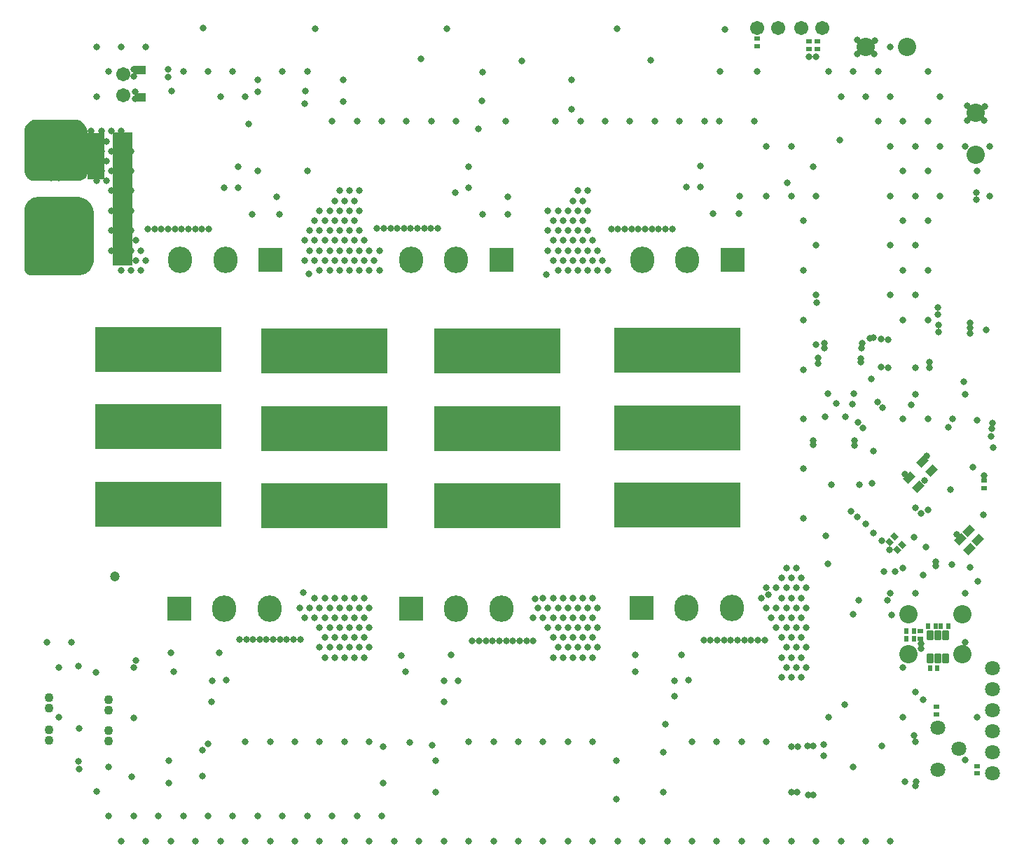
<source format=gbs>
G04*
G04 #@! TF.GenerationSoftware,Altium Limited,Altium Designer,22.5.1 (42)*
G04*
G04 Layer_Color=16711935*
%FSLAX25Y25*%
%MOIN*%
G70*
G04*
G04 #@! TF.SameCoordinates,F388C647-0276-4BD7-974E-F153A5A87125*
G04*
G04*
G04 #@! TF.FilePolarity,Negative*
G04*
G01*
G75*
%ADD20R,0.60039X0.21654*%
%ADD21R,0.03162X0.02375*%
%ADD22R,0.02375X0.03162*%
G04:AMPARAMS|DCode=23|XSize=31.62mil|YSize=23.75mil|CornerRadius=0mil|HoleSize=0mil|Usage=FLASHONLY|Rotation=315.000|XOffset=0mil|YOffset=0mil|HoleType=Round|Shape=Rectangle|*
%AMROTATEDRECTD23*
4,1,4,-0.01958,0.00278,-0.00278,0.01958,0.01958,-0.00278,0.00278,-0.01958,-0.01958,0.00278,0.0*
%
%ADD23ROTATEDRECTD23*%

G04:AMPARAMS|DCode=30|XSize=47.37mil|YSize=35.56mil|CornerRadius=0mil|HoleSize=0mil|Usage=FLASHONLY|Rotation=225.000|XOffset=0mil|YOffset=0mil|HoleType=Round|Shape=Rectangle|*
%AMROTATEDRECTD30*
4,1,4,0.00418,0.02932,0.02932,0.00418,-0.00418,-0.02932,-0.02932,-0.00418,0.00418,0.02932,0.0*
%
%ADD30ROTATEDRECTD30*%

%ADD43O,0.11430X0.12611*%
%ADD44R,0.11824X0.11824*%
%ADD45C,0.06706*%
%ADD46C,0.07099*%
%ADD47C,0.24816*%
%ADD48C,0.08674*%
%ADD49C,0.04343*%
%ADD50C,0.04737*%
%ADD51C,0.03162*%
%ADD98R,0.08071X0.22441*%
%ADD99R,0.09547X0.63189*%
G04:AMPARAMS|DCode=100|XSize=31.62mil|YSize=47.37mil|CornerRadius=6.01mil|HoleSize=0mil|Usage=FLASHONLY|Rotation=180.000|XOffset=0mil|YOffset=0mil|HoleType=Round|Shape=RoundedRectangle|*
%AMROUNDEDRECTD100*
21,1,0.03162,0.03535,0,0,180.0*
21,1,0.01961,0.04737,0,0,180.0*
1,1,0.01202,-0.00980,0.01768*
1,1,0.01202,0.00980,0.01768*
1,1,0.01202,0.00980,-0.01768*
1,1,0.01202,-0.00980,-0.01768*
%
%ADD100ROUNDEDRECTD100*%
%ADD101R,0.05603X0.04383*%
G36*
X244783Y412992D02*
X250359D01*
X251186D01*
X252809Y412669D01*
X254338Y412036D01*
X255714Y411117D01*
X256299Y410532D01*
X256861Y409970D01*
X257744Y408649D01*
X258351Y407181D01*
X258661Y405623D01*
Y404829D01*
D01*
Y383123D01*
Y382362D01*
X258364Y380868D01*
X257782Y379462D01*
X256936Y378196D01*
X256398Y377658D01*
X255880Y377140D01*
X254663Y376327D01*
X253311Y375766D01*
X251875Y375481D01*
X251143D01*
D01*
X228700D01*
X228431D01*
X227904Y375586D01*
X227408Y375791D01*
X226961Y376090D01*
X226772Y376279D01*
X226491Y376560D01*
X226049Y377221D01*
X225746Y377955D01*
X225590Y378734D01*
Y379131D01*
D01*
Y406550D01*
Y407145D01*
X225823Y408314D01*
X226279Y409415D01*
X226941Y410405D01*
X227362Y410827D01*
X227879Y411343D01*
X229093Y412155D01*
X230442Y412713D01*
X231875Y412998D01*
X232605D01*
D01*
X240158D01*
X244783Y412992D01*
D02*
G37*
G36*
X251014Y449498D02*
X251993Y449093D01*
X252874Y448504D01*
X253248Y448130D01*
X253880Y447498D01*
X254873Y446012D01*
X255557Y444361D01*
X255906Y442608D01*
Y441714D01*
Y425177D01*
Y424714D01*
X255725Y423805D01*
X255370Y422949D01*
X254855Y422178D01*
X254528Y421850D01*
X254247Y421569D01*
X253586Y421128D01*
X252852Y420824D01*
X252073Y420669D01*
X229407D01*
X228758Y420798D01*
X228147Y421052D01*
X227596Y421419D01*
X227362Y421654D01*
X226988Y422028D01*
X226399Y422909D01*
X225994Y423887D01*
X225787Y424926D01*
Y425455D01*
Y444606D01*
Y445070D01*
X225968Y445979D01*
X226323Y446835D01*
X226838Y447605D01*
X227165Y447933D01*
X227587Y448354D01*
X228577Y449016D01*
X229678Y449472D01*
X230847Y449705D01*
X249976D01*
X251014Y449498D01*
D02*
G37*
D20*
X536213Y266138D02*
D03*
Y302998D02*
D03*
Y339858D02*
D03*
X289272Y340277D02*
D03*
Y303416D02*
D03*
Y266556D02*
D03*
X368201Y265842D02*
D03*
Y302703D02*
D03*
Y339563D02*
D03*
X450583Y265842D02*
D03*
Y302703D02*
D03*
Y339563D02*
D03*
D21*
X659744Y170177D02*
D03*
Y166634D02*
D03*
X574409Y488091D02*
D03*
Y484547D02*
D03*
X602854Y486811D02*
D03*
Y483268D02*
D03*
X598819Y486811D02*
D03*
Y483268D02*
D03*
X682283Y274311D02*
D03*
Y277854D02*
D03*
X651968Y206102D02*
D03*
Y202559D02*
D03*
X679035Y138484D02*
D03*
Y142028D02*
D03*
D22*
X649016Y206102D02*
D03*
X645472D02*
D03*
X649016Y202461D02*
D03*
X645472Y202461D02*
D03*
X659179Y208563D02*
D03*
X655636D02*
D03*
X656496Y188681D02*
D03*
X660039D02*
D03*
X661738Y208563D02*
D03*
X665281D02*
D03*
D23*
X637231Y248747D02*
D03*
X639737Y251253D02*
D03*
X640972Y244810D02*
D03*
X643477Y247316D02*
D03*
D30*
X652891Y287070D02*
D03*
X657345Y282615D02*
D03*
X674938Y253925D02*
D03*
X679392Y249471D02*
D03*
X650948Y274840D02*
D03*
X646493Y279294D02*
D03*
X670832Y249858D02*
D03*
X675286Y245404D02*
D03*
D43*
X409646Y383071D02*
D03*
X431146Y383071D02*
D03*
X519575Y383071D02*
D03*
X541075Y383071D02*
D03*
X562236Y217083D02*
D03*
X540736D02*
D03*
X452646Y216929D02*
D03*
X431146D02*
D03*
X320768Y217071D02*
D03*
X342268D02*
D03*
X299716Y383071D02*
D03*
X321217D02*
D03*
D44*
X452646D02*
D03*
X562575Y383071D02*
D03*
X519236Y217083D02*
D03*
X409646Y216929D02*
D03*
X299268Y217071D02*
D03*
X342717Y383071D02*
D03*
D45*
X595472Y493307D02*
D03*
X605472D02*
D03*
X584311Y493405D02*
D03*
X574311D02*
D03*
X272656Y461156D02*
D03*
Y471156D02*
D03*
D46*
X660433Y160138D02*
D03*
X670433Y150138D02*
D03*
X660433Y140138D02*
D03*
X686221Y188445D02*
D03*
Y178445D02*
D03*
Y168445D02*
D03*
Y158445D02*
D03*
Y148445D02*
D03*
Y138445D02*
D03*
D47*
X240158Y395232D02*
D03*
Y434490D02*
D03*
D48*
X671949Y214157D02*
D03*
X646358D02*
D03*
Y195259D02*
D03*
X671949D02*
D03*
X678445Y433071D02*
D03*
Y452756D02*
D03*
X645691Y484252D02*
D03*
X626006D02*
D03*
D49*
X237206Y174512D02*
D03*
X237206Y169512D02*
D03*
X237402Y159276D02*
D03*
Y154276D02*
D03*
X265749Y168430D02*
D03*
Y173430D02*
D03*
Y158863D02*
D03*
Y153863D02*
D03*
D50*
X268701Y232087D02*
D03*
D51*
X623622Y334367D02*
D03*
X593209Y129429D02*
D03*
X649606Y132480D02*
D03*
X649902Y134646D02*
D03*
X673327Y144783D02*
D03*
X679134Y165354D02*
D03*
X414173Y478543D02*
D03*
X462402Y477658D02*
D03*
X523721Y477854D02*
D03*
X590748Y129429D02*
D03*
X598517Y128133D02*
D03*
X600886Y128150D02*
D03*
X507185Y126279D02*
D03*
X535024Y175142D02*
D03*
X327461Y427264D02*
D03*
X336713Y462992D02*
D03*
Y468701D02*
D03*
X547441Y427658D02*
D03*
X437008Y427165D02*
D03*
X443504Y472244D02*
D03*
X443405Y458661D02*
D03*
X382677Y382677D02*
D03*
X385039Y377953D02*
D03*
X387402Y382677D02*
D03*
X392126D02*
D03*
X389764Y377953D02*
D03*
X394488D02*
D03*
X385039Y387402D02*
D03*
X389764D02*
D03*
X394488D02*
D03*
X382677Y392126D02*
D03*
X387402D02*
D03*
X385039Y396850D02*
D03*
X393406Y397933D02*
D03*
X396621D02*
D03*
X399836D02*
D03*
X403051D02*
D03*
X406266D02*
D03*
X409482D02*
D03*
X382677Y401575D02*
D03*
X419127Y397933D02*
D03*
X422342D02*
D03*
X415912D02*
D03*
X412697D02*
D03*
X385039Y406299D02*
D03*
X382677Y411024D02*
D03*
X443799Y404626D02*
D03*
X455709D02*
D03*
X455707Y412903D02*
D03*
X430610Y414961D02*
D03*
X385039Y415748D02*
D03*
X437121Y417280D02*
D03*
X383858Y448819D02*
D03*
X441634Y445276D02*
D03*
X395669Y448819D02*
D03*
X407480D02*
D03*
X419291D02*
D03*
X431102D02*
D03*
X454724D02*
D03*
X485827Y468602D02*
D03*
X556496Y472441D02*
D03*
X503150Y377953D02*
D03*
X493701D02*
D03*
X498425D02*
D03*
X496063Y382677D02*
D03*
X500787D02*
D03*
X498425Y387402D02*
D03*
X493701D02*
D03*
X496063Y392126D02*
D03*
X493701Y396850D02*
D03*
X524213Y397736D02*
D03*
X508137D02*
D03*
X520997D02*
D03*
X511352D02*
D03*
X514567D02*
D03*
X504921D02*
D03*
X517782D02*
D03*
X493701Y406299D02*
D03*
Y415748D02*
D03*
X513779Y448819D02*
D03*
X501968D02*
D03*
X578740Y413386D02*
D03*
X540693Y417487D02*
D03*
X547260Y417675D02*
D03*
X549212Y448819D02*
D03*
X578740Y437008D02*
D03*
X556299Y448819D02*
D03*
X537401Y448819D02*
D03*
X572834D02*
D03*
X525590D02*
D03*
X565846Y413298D02*
D03*
X565551Y404921D02*
D03*
X553445D02*
D03*
X527428Y397736D02*
D03*
X530643D02*
D03*
X533858D02*
D03*
X530610Y162008D02*
D03*
X516240Y194980D02*
D03*
X516480Y187063D02*
D03*
X535066Y182686D02*
D03*
X538189Y194980D02*
D03*
X541634Y182874D02*
D03*
X543307Y153543D02*
D03*
X548917Y201772D02*
D03*
X552133D02*
D03*
X555118Y153543D02*
D03*
X555348Y201772D02*
D03*
X529626Y148622D02*
D03*
X578740Y153543D02*
D03*
X566929D02*
D03*
X585827Y184252D02*
D03*
X590551D02*
D03*
X588189Y188976D02*
D03*
X590551Y193701D02*
D03*
X585827D02*
D03*
X588189Y198425D02*
D03*
X568209Y201772D02*
D03*
X571424D02*
D03*
X574639D02*
D03*
X577854D02*
D03*
X558563D02*
D03*
X585827Y203150D02*
D03*
X590551D02*
D03*
X583465Y207874D02*
D03*
X588189D02*
D03*
X581102Y212598D02*
D03*
X585827D02*
D03*
X590551D02*
D03*
X564993Y201772D02*
D03*
X561778D02*
D03*
X590551Y222047D02*
D03*
X579724Y223622D02*
D03*
X578740Y226772D02*
D03*
X583465D02*
D03*
X588189D02*
D03*
X585827Y231496D02*
D03*
X590551D02*
D03*
X588189Y236221D02*
D03*
X578740Y217323D02*
D03*
X583465D02*
D03*
X588189D02*
D03*
X576378Y222047D02*
D03*
X585827D02*
D03*
X529626Y129429D02*
D03*
X419642Y151815D02*
D03*
X421457Y144685D02*
D03*
X421358Y129429D02*
D03*
X408957Y153346D02*
D03*
X425197Y172441D02*
D03*
X479528Y217323D02*
D03*
X468701Y221457D02*
D03*
X472441Y222047D02*
D03*
X477165D02*
D03*
X396358Y151378D02*
D03*
X389764Y153543D02*
D03*
X437008D02*
D03*
X448819D02*
D03*
X425476Y182533D02*
D03*
X432043Y182720D02*
D03*
X406890Y186909D02*
D03*
X404823Y194587D02*
D03*
X428543Y194882D02*
D03*
X389764Y198425D02*
D03*
X438779Y201673D02*
D03*
X441995D02*
D03*
X445210D02*
D03*
X448425D02*
D03*
X451640D02*
D03*
X460630Y153543D02*
D03*
X472441D02*
D03*
X477165Y193701D02*
D03*
X479528Y198425D02*
D03*
X454856Y201673D02*
D03*
X458071D02*
D03*
X461286D02*
D03*
X464501D02*
D03*
X467717D02*
D03*
X477165Y203150D02*
D03*
X389764Y207874D02*
D03*
X474803D02*
D03*
X479528D02*
D03*
X467717Y212598D02*
D03*
X472441D02*
D03*
X477165D02*
D03*
X389764Y217323D02*
D03*
X470079D02*
D03*
X474803D02*
D03*
X314567Y172539D02*
D03*
X310236Y137205D02*
D03*
Y149606D02*
D03*
X312992Y152657D02*
D03*
X277658Y164862D02*
D03*
X595276Y231496D02*
D03*
X597638Y226772D02*
D03*
X595276Y222047D02*
D03*
X597638Y217323D02*
D03*
X595276Y212598D02*
D03*
X597638Y207874D02*
D03*
X595276Y203150D02*
D03*
X597638Y198425D02*
D03*
X595276Y193701D02*
D03*
X597638Y188976D02*
D03*
X595276Y184252D02*
D03*
X592913Y236221D02*
D03*
Y226772D02*
D03*
Y217323D02*
D03*
Y207874D02*
D03*
Y198425D02*
D03*
Y188976D02*
D03*
X496063Y222047D02*
D03*
X498425Y217323D02*
D03*
X496063Y212598D02*
D03*
X498425Y207874D02*
D03*
X496063Y203150D02*
D03*
X498425Y198425D02*
D03*
X496063Y193701D02*
D03*
X491339Y411024D02*
D03*
Y401575D02*
D03*
Y392126D02*
D03*
Y382677D02*
D03*
Y222047D02*
D03*
X493701Y217323D02*
D03*
X491339Y212598D02*
D03*
X493701Y207874D02*
D03*
X491339Y203150D02*
D03*
X493701Y198425D02*
D03*
X491339Y193701D02*
D03*
X488976Y415748D02*
D03*
X486614Y411024D02*
D03*
X488976Y406299D02*
D03*
X486614Y401575D02*
D03*
X488976Y396850D02*
D03*
X486614Y392126D02*
D03*
X488976Y387402D02*
D03*
X486614Y382677D02*
D03*
X488976Y377953D02*
D03*
X486614Y222047D02*
D03*
X488976Y217323D02*
D03*
X486614Y212598D02*
D03*
X488976Y207874D02*
D03*
X486614Y203150D02*
D03*
X488976Y198425D02*
D03*
X486614Y193701D02*
D03*
X484252Y406299D02*
D03*
X481890Y401575D02*
D03*
X484252Y396850D02*
D03*
X481890Y392126D02*
D03*
X484252Y387402D02*
D03*
X481890Y382677D02*
D03*
X484252Y377953D02*
D03*
X481890Y222047D02*
D03*
X484252Y217323D02*
D03*
X481890Y212598D02*
D03*
X484252Y207874D02*
D03*
X481890Y203150D02*
D03*
X484252Y198425D02*
D03*
X481890Y193701D02*
D03*
X479528Y406299D02*
D03*
X477165Y401575D02*
D03*
X479528Y396850D02*
D03*
X477165Y392126D02*
D03*
X479528Y387402D02*
D03*
X477165Y382677D02*
D03*
X479528Y377953D02*
D03*
X474803Y406299D02*
D03*
Y396850D02*
D03*
Y387402D02*
D03*
X387402Y222047D02*
D03*
Y212598D02*
D03*
Y203150D02*
D03*
Y193701D02*
D03*
X382677Y222047D02*
D03*
X385039Y217323D02*
D03*
X382677Y212598D02*
D03*
X385039Y207874D02*
D03*
X382677Y203150D02*
D03*
X385039Y198425D02*
D03*
X382677Y193701D02*
D03*
X380315Y415748D02*
D03*
X377953Y411024D02*
D03*
X380315Y406299D02*
D03*
X377953Y401575D02*
D03*
X380315Y396850D02*
D03*
X377953Y392126D02*
D03*
X380315Y387402D02*
D03*
X377953Y382677D02*
D03*
X380315Y377953D02*
D03*
X377953Y222047D02*
D03*
X380315Y217323D02*
D03*
X377953Y212598D02*
D03*
X380315Y207874D02*
D03*
X377953Y203150D02*
D03*
X380315Y198425D02*
D03*
X377953Y193701D02*
D03*
X375591Y415748D02*
D03*
X373228Y411024D02*
D03*
X375591Y406299D02*
D03*
X373228Y401575D02*
D03*
X375591Y396850D02*
D03*
X373228Y392126D02*
D03*
X375591Y387402D02*
D03*
X373228Y382677D02*
D03*
X375591Y377953D02*
D03*
X373228Y222047D02*
D03*
X375591Y217323D02*
D03*
X373228Y212598D02*
D03*
X375591Y207874D02*
D03*
X373228Y203150D02*
D03*
X375591Y198425D02*
D03*
X373228Y193701D02*
D03*
X370866Y406299D02*
D03*
X368504Y401575D02*
D03*
X370866Y396850D02*
D03*
X368504Y392126D02*
D03*
X370866Y387402D02*
D03*
X368504Y382677D02*
D03*
X370866Y377953D02*
D03*
X368504Y222047D02*
D03*
X370866Y217323D02*
D03*
X368504Y212598D02*
D03*
X370866Y207874D02*
D03*
X368504Y203150D02*
D03*
X370866Y198425D02*
D03*
X368504Y193701D02*
D03*
X366142Y406299D02*
D03*
X363780Y401575D02*
D03*
X366142Y396850D02*
D03*
X363780Y392126D02*
D03*
X366142Y387402D02*
D03*
X363780Y382677D02*
D03*
X366142Y377953D02*
D03*
X363780Y222047D02*
D03*
X366142Y217323D02*
D03*
X363780Y212598D02*
D03*
X366142Y207874D02*
D03*
Y198425D02*
D03*
X361417Y396850D02*
D03*
X359055Y392126D02*
D03*
X361417Y387402D02*
D03*
X359055Y382677D02*
D03*
X361417Y217323D02*
D03*
X359055Y212598D02*
D03*
X356693Y217323D02*
D03*
X283465Y382677D02*
D03*
X278740Y392126D02*
D03*
X281102Y387402D02*
D03*
X278740Y382677D02*
D03*
X281102Y377953D02*
D03*
X274016Y439370D02*
D03*
X276378Y434646D02*
D03*
X274016Y429921D02*
D03*
X276378Y425197D02*
D03*
X274016Y420472D02*
D03*
X276378Y415748D02*
D03*
X274016Y411024D02*
D03*
X276378Y406299D02*
D03*
X274016Y401575D02*
D03*
X276378Y396850D02*
D03*
X274016Y392126D02*
D03*
X276378Y387402D02*
D03*
X274016Y382677D02*
D03*
X276378Y377953D02*
D03*
X271654Y444095D02*
D03*
X269291Y439370D02*
D03*
X271654Y434646D02*
D03*
X269291Y429921D02*
D03*
X271654Y425197D02*
D03*
X269291Y420472D02*
D03*
X271654Y415748D02*
D03*
X269291Y411024D02*
D03*
X271654Y406299D02*
D03*
X269291Y401575D02*
D03*
X271654Y396850D02*
D03*
X269291Y392126D02*
D03*
X271654Y387402D02*
D03*
X269291Y382677D02*
D03*
X271654Y377953D02*
D03*
X266929Y444095D02*
D03*
X264567Y439370D02*
D03*
X266929Y434646D02*
D03*
X264567Y429921D02*
D03*
X266929Y425197D02*
D03*
X264567Y420472D02*
D03*
X266929Y415748D02*
D03*
Y406299D02*
D03*
Y396850D02*
D03*
Y387402D02*
D03*
X262205Y444095D02*
D03*
X259842Y439370D02*
D03*
X262205Y434646D02*
D03*
X259842Y429921D02*
D03*
X262205Y425197D02*
D03*
X259842Y420472D02*
D03*
X257480Y444095D02*
D03*
X255118Y439370D02*
D03*
X257480Y434646D02*
D03*
X255118Y429921D02*
D03*
X257480Y425197D02*
D03*
X675295Y254134D02*
D03*
X686417Y305217D02*
D03*
X628839Y276673D02*
D03*
X358169Y224508D02*
D03*
X474016Y375984D02*
D03*
X360827Y376378D02*
D03*
X228346Y407637D02*
D03*
X231988D02*
D03*
Y404586D02*
D03*
X228346D02*
D03*
X248228D02*
D03*
X251870D02*
D03*
Y407637D02*
D03*
X248228D02*
D03*
X247736Y383326D02*
D03*
X251378D02*
D03*
Y386377D02*
D03*
X247736D02*
D03*
X228937Y383129D02*
D03*
X232579D02*
D03*
Y386181D02*
D03*
X228937D02*
D03*
X241831Y382834D02*
D03*
X238189D02*
D03*
X242224Y408031D02*
D03*
X238583D02*
D03*
X252559Y396712D02*
D03*
Y393070D02*
D03*
X227756Y397598D02*
D03*
Y393956D02*
D03*
X287566Y397638D02*
D03*
X290781D02*
D03*
X293996D02*
D03*
X297211D02*
D03*
X227756Y432972D02*
D03*
Y436614D02*
D03*
X252559Y432087D02*
D03*
Y435728D02*
D03*
X238583Y447047D02*
D03*
X242224D02*
D03*
X238189Y421850D02*
D03*
X241831D02*
D03*
X228937Y425197D02*
D03*
X232579D02*
D03*
Y422146D02*
D03*
X228937D02*
D03*
X247736Y425394D02*
D03*
X251378D02*
D03*
Y422342D02*
D03*
X247736D02*
D03*
X248228Y446654D02*
D03*
X251870D02*
D03*
Y443602D02*
D03*
X248228D02*
D03*
X228346D02*
D03*
X231988D02*
D03*
Y446654D02*
D03*
X228346D02*
D03*
X276673Y136909D02*
D03*
X559055Y492717D02*
D03*
X507677Y492913D02*
D03*
X426575D02*
D03*
X363976D02*
D03*
X310728Y493209D02*
D03*
X685039Y437008D02*
D03*
Y413386D02*
D03*
X673228Y437008D02*
D03*
X679134Y425197D02*
D03*
X673228Y318898D02*
D03*
Y224409D02*
D03*
Y200787D02*
D03*
X661417Y460630D02*
D03*
Y437008D02*
D03*
Y413386D02*
D03*
X667323Y307086D02*
D03*
X655512Y472441D02*
D03*
Y448819D02*
D03*
X649606Y437008D02*
D03*
X655512Y425197D02*
D03*
X649606Y413386D02*
D03*
X655512Y401575D02*
D03*
X649606Y389764D02*
D03*
X655512Y377953D02*
D03*
X649606Y366142D02*
D03*
X655512Y354331D02*
D03*
X649606Y318898D02*
D03*
X655512Y307086D02*
D03*
X649606Y224409D02*
D03*
Y177165D02*
D03*
Y153543D02*
D03*
X637795Y484252D02*
D03*
Y460630D02*
D03*
X643701Y448819D02*
D03*
X637795Y437008D02*
D03*
X643701Y425197D02*
D03*
X637795Y413386D02*
D03*
X643701Y401575D02*
D03*
X637795Y389764D02*
D03*
X643701Y377953D02*
D03*
X637795Y366142D02*
D03*
X643701Y354331D02*
D03*
Y307086D02*
D03*
Y236220D02*
D03*
X637795Y224409D02*
D03*
X643701Y188976D02*
D03*
Y165354D02*
D03*
X637795Y106299D02*
D03*
X631890Y472441D02*
D03*
X625984Y460630D02*
D03*
X631890Y448819D02*
D03*
X625984Y106299D02*
D03*
X620079Y472441D02*
D03*
X614173Y460630D02*
D03*
X620079Y141732D02*
D03*
X614173Y106299D02*
D03*
X608267Y472441D02*
D03*
X602362Y413386D02*
D03*
Y389764D02*
D03*
Y366142D02*
D03*
Y342520D02*
D03*
X608267Y165354D02*
D03*
X602362Y106299D02*
D03*
X590551Y437008D02*
D03*
Y413386D02*
D03*
X596456Y401575D02*
D03*
Y377953D02*
D03*
Y354331D02*
D03*
Y330709D02*
D03*
Y307086D02*
D03*
Y283465D02*
D03*
Y259842D02*
D03*
X590551Y106299D02*
D03*
X578740D02*
D03*
X566929D02*
D03*
X555118D02*
D03*
X543307D02*
D03*
X531496D02*
D03*
X519685D02*
D03*
X507874D02*
D03*
X496063Y153543D02*
D03*
Y106299D02*
D03*
X490157Y448819D02*
D03*
X484252Y153543D02*
D03*
Y106299D02*
D03*
X478346Y448819D02*
D03*
X472441Y106299D02*
D03*
X460630D02*
D03*
X448819D02*
D03*
X437008D02*
D03*
X425197D02*
D03*
X413386D02*
D03*
X401575D02*
D03*
X395669Y118110D02*
D03*
X389764Y106299D02*
D03*
X377953Y153543D02*
D03*
X383858Y118110D02*
D03*
X377953Y106299D02*
D03*
X372047Y448819D02*
D03*
X366142Y153543D02*
D03*
X372047Y118110D02*
D03*
X366142Y106299D02*
D03*
X360236Y472441D02*
D03*
Y425197D02*
D03*
X354331Y153543D02*
D03*
X360236Y118110D02*
D03*
X354331Y106299D02*
D03*
X348425Y472441D02*
D03*
X342520Y153543D02*
D03*
X348425Y118110D02*
D03*
X342520Y106299D02*
D03*
X330709Y460630D02*
D03*
X336614Y425197D02*
D03*
X330709Y153543D02*
D03*
X336614Y118110D02*
D03*
X330709Y106299D02*
D03*
X324803Y472441D02*
D03*
X318898Y460630D02*
D03*
X324803Y118110D02*
D03*
X318898Y106299D02*
D03*
X312992Y472441D02*
D03*
Y118110D02*
D03*
X307086Y106299D02*
D03*
X301181Y472441D02*
D03*
Y118110D02*
D03*
X295275Y106299D02*
D03*
X283465Y484252D02*
D03*
X289370Y118110D02*
D03*
X283465Y106299D02*
D03*
X271654Y484252D02*
D03*
X277559Y188976D02*
D03*
Y118110D02*
D03*
X271654Y106299D02*
D03*
X259842Y484252D02*
D03*
X265748Y472441D02*
D03*
X259842Y460630D02*
D03*
X265748Y141732D02*
D03*
X259842Y129921D02*
D03*
X265748Y118110D02*
D03*
X248031Y200787D02*
D03*
X236220D02*
D03*
X242126Y188976D02*
D03*
Y165354D02*
D03*
X598819Y479724D02*
D03*
X602264D02*
D03*
X616142Y171260D02*
D03*
X278543Y192126D02*
D03*
X649114Y156595D02*
D03*
X679134Y306693D02*
D03*
X628642Y326181D02*
D03*
X602559Y362697D02*
D03*
X607972Y238189D02*
D03*
X588681Y419488D02*
D03*
X652264Y200394D02*
D03*
X652362Y198031D02*
D03*
X683465Y349705D02*
D03*
X659449Y237205D02*
D03*
Y239370D02*
D03*
X653445Y173721D02*
D03*
X685728Y299016D02*
D03*
X624606Y303012D02*
D03*
X622303Y305440D02*
D03*
X633887Y312507D02*
D03*
X620768Y296850D02*
D03*
X600984Y297047D02*
D03*
X656398Y331693D02*
D03*
Y334154D02*
D03*
X649508Y331594D02*
D03*
X647638Y313976D02*
D03*
X685827Y302559D02*
D03*
X600984Y294882D02*
D03*
X682087Y261614D02*
D03*
X682382Y280118D02*
D03*
X686713Y293701D02*
D03*
X677067Y284154D02*
D03*
X574409Y472441D02*
D03*
X633268Y345177D02*
D03*
X636713Y344783D02*
D03*
X636516Y331496D02*
D03*
X633208Y332002D02*
D03*
X631771Y315099D02*
D03*
X623130Y275984D02*
D03*
X627854Y345669D02*
D03*
X629724Y345768D02*
D03*
X636195Y220965D02*
D03*
X639862Y234646D02*
D03*
X634547Y234449D02*
D03*
X638196Y214075D02*
D03*
X619882Y214247D02*
D03*
X652461Y262205D02*
D03*
X649705Y264961D02*
D03*
X629724Y253051D02*
D03*
X626083Y257185D02*
D03*
X621850Y260725D02*
D03*
X613681Y440059D02*
D03*
X358957Y457382D02*
D03*
X603248Y333661D02*
D03*
X485827Y454626D02*
D03*
X600970Y427348D02*
D03*
X251575Y159941D02*
D03*
X259646Y186614D02*
D03*
X251476Y189567D02*
D03*
X507185Y144671D02*
D03*
X620768Y294587D02*
D03*
X359350Y463287D02*
D03*
X396358Y133760D02*
D03*
X294408Y144488D02*
D03*
X294390Y133858D02*
D03*
X593504Y151083D02*
D03*
X590748D02*
D03*
X598425Y151673D02*
D03*
X623622Y336024D02*
D03*
X603248Y336122D02*
D03*
X607074Y251661D02*
D03*
X618952Y263145D02*
D03*
X666437Y273622D02*
D03*
X679232Y230020D02*
D03*
X675591Y236713D02*
D03*
X667126Y237894D02*
D03*
X654626Y246260D02*
D03*
X637303Y244882D02*
D03*
X605905Y147047D02*
D03*
X606102Y152362D02*
D03*
X608062Y319104D02*
D03*
X653937Y277756D02*
D03*
X619685Y314370D02*
D03*
X620177Y319193D02*
D03*
X606693Y308169D02*
D03*
X616411Y308097D02*
D03*
X612106Y314567D02*
D03*
X624114Y340748D02*
D03*
X624213Y343110D02*
D03*
X606398Y340748D02*
D03*
X600886Y151673D02*
D03*
X606398Y343110D02*
D03*
X648819Y250787D02*
D03*
X655610Y263976D02*
D03*
X622736Y220768D02*
D03*
X669193Y252165D02*
D03*
X633711Y249262D02*
D03*
X377165Y458268D02*
D03*
Y468602D02*
D03*
X350459Y202362D02*
D03*
X356890D02*
D03*
X347244D02*
D03*
X353675D02*
D03*
X344029D02*
D03*
X340814D02*
D03*
X337598D02*
D03*
X334383D02*
D03*
X295374Y195768D02*
D03*
X318209D02*
D03*
X327953Y202362D02*
D03*
X331168D02*
D03*
X321665Y182862D02*
D03*
X315098Y182674D02*
D03*
X296512Y187051D02*
D03*
X653248Y232874D02*
D03*
X644488Y281004D02*
D03*
X251450Y144124D02*
D03*
X251520Y140574D02*
D03*
X609646Y275787D02*
D03*
X675689Y350590D02*
D03*
X675787Y352953D02*
D03*
X675689Y347933D02*
D03*
X629626Y291929D02*
D03*
X672760Y324926D02*
D03*
X633601Y151627D02*
D03*
X644736Y134506D02*
D03*
X284350Y397638D02*
D03*
X313287D02*
D03*
X310072D02*
D03*
X306857D02*
D03*
X303642D02*
D03*
X300427D02*
D03*
X655118Y289567D02*
D03*
X682523Y455807D02*
D03*
X674354Y449311D02*
D03*
Y456201D02*
D03*
X682425Y449311D02*
D03*
X630118Y480807D02*
D03*
X622047Y487697D02*
D03*
Y480807D02*
D03*
X630217Y487303D02*
D03*
X660532Y352067D02*
D03*
Y348721D02*
D03*
X346850Y404626D02*
D03*
X334055D02*
D03*
X320614Y417221D02*
D03*
X345768Y413032D02*
D03*
X327182Y417409D02*
D03*
X332382Y447441D02*
D03*
X665256Y303346D02*
D03*
X293957Y473622D02*
D03*
X293859Y469882D02*
D03*
X295532Y463287D02*
D03*
X277619Y470374D02*
D03*
Y473721D02*
D03*
X278308Y462894D02*
D03*
Y459547D02*
D03*
X678642Y414862D02*
D03*
Y411516D02*
D03*
X660433Y356791D02*
D03*
Y360138D02*
D03*
D98*
X259547Y432185D02*
D03*
D99*
X272195Y411909D02*
D03*
D100*
X656522Y204224D02*
D03*
X660262Y204224D02*
D03*
X664002Y204224D02*
D03*
Y193398D02*
D03*
X660262Y193398D02*
D03*
X656522Y193398D02*
D03*
D101*
X280788Y473130D02*
D03*
Y460217D02*
D03*
M02*

</source>
